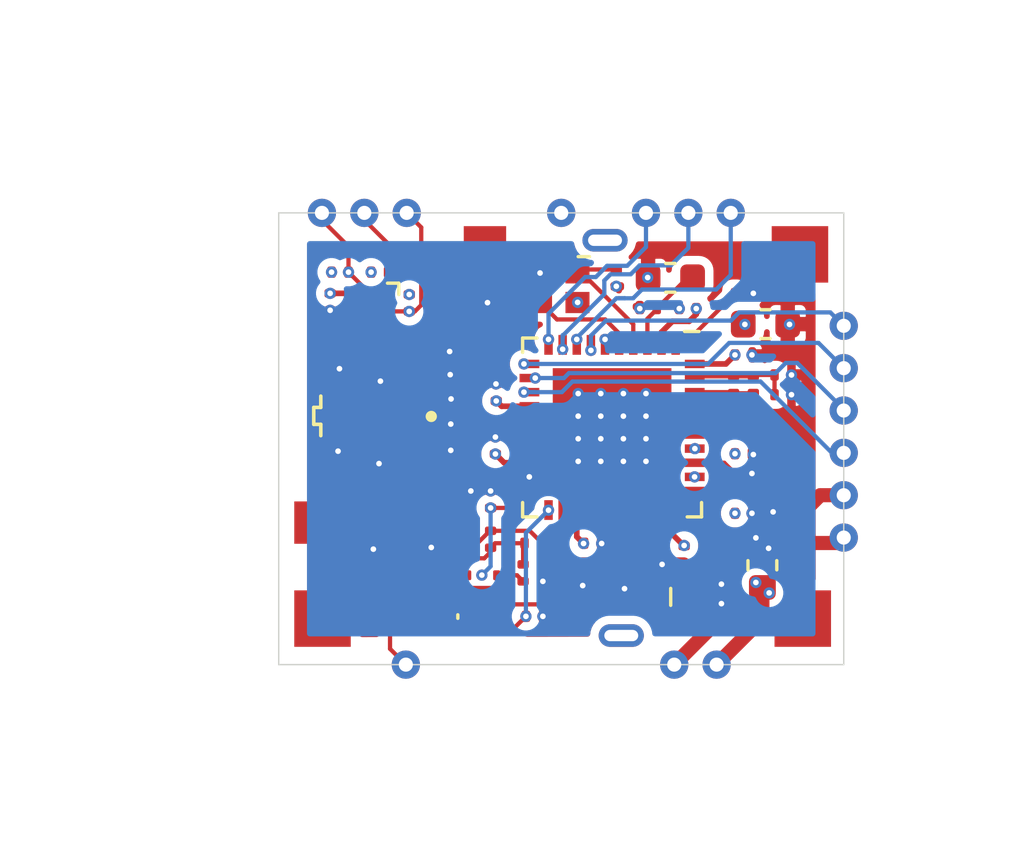
<source format=kicad_pcb>
(kicad_pcb (version 20171130) (host pcbnew "(5.1.6-0-10_14)")
  (layers (0 F.Cu signal) (1 In1.Cu signal) (2 In2.Cu signal) (31 B.Cu signal) (34 B.Paste user) (35 F.Paste user) (36 B.SilkS user) (37 F.SilkS user) (38 B.Mask user) (39 F.Mask user) (44 Edge.Cuts user))
  (net 0 "")
  (net 1 GND)
  (net 2 "Net-(C12-Pad1)")
  (net 3 /VDDCP)
  (net 4 +3V3)
  (net 5 "Net-(C23-Pad2)")
  (net 6 "Net-(C26-Pad1)")
  (net 7 "Net-(C33-Pad1)")
  (net 8 "Net-(C34-Pad2)")
  (net 9 "Net-(J1-Pad1)")
  (net 10 "Net-(U1-Pad35)")
  (net 11 "Net-(U1-Pad31)")
  (net 12 "Net-(U1-Pad26)")
  (net 13 "Net-(U1-Pad25)")
  (net 14 "Net-(U1-Pad24)")
  (net 15 "Net-(U1-Pad22)")
  (net 16 "Net-(U1-Pad17)")
  (net 17 "Net-(U1-Pad16)")
  (net 18 "Net-(U1-Pad15)")
  (net 19 /XT-)
  (net 20 /XT+)
  (net 21 "Net-(C17-Pad2)")
  (net 22 "Net-(C19-Pad2)")
  (net 23 "Net-(C20-Pad2)")
  (net 24 "Net-(C23-Pad1)")
  (net 25 "Net-(C28-Pad1)")
  (net 26 "Net-(C34-Pad1)")
  (net 27 "Net-(C35-Pad2)")
  (net 28 "Net-(C36-Pad2)")
  (net 29 "Net-(C37-Pad1)")
  (net 30 "Net-(C39-Pad1)")
  (net 31 "Net-(C40-Pad1)")
  (net 32 "Net-(C41-Pad1)")
  (net 33 "Net-(C42-Pad2)")
  (net 34 "Net-(C42-Pad1)")
  (net 35 "Net-(C43-Pad1)")
  (net 36 "Net-(C44-Pad2)")
  (net 37 "Net-(C45-Pad1)")
  (net 38 "Net-(C46-Pad2)")
  (net 39 "Net-(C47-Pad2)")
  (net 40 "Net-(C47-Pad1)")
  (net 41 "Net-(C48-Pad2)")
  (net 42 "Net-(C48-Pad1)")
  (net 43 /SDI)
  (net 44 /SCEN)
  (net 45 /SCLK)
  (net 46 /SINTN)
  (net 47 /SDO)
  (net 48 /REGPDIN)
  (net 49 /RESETN)
  (net 50 +3.3VA)
  (net 51 "Net-(L10-Pad1)")
  (net 52 /WP)
  (net 53 /SCL)
  (net 54 /SDA)
  (net 55 "Net-(U7-Pad1)")
  (net 56 "Net-(U7-Pad2)")
  (net 57 "Net-(U7-Pad3)")
  (net 58 "Net-(U7-Pad4)")
  (net 59 "Net-(U7-Pad5)")
  (module Resistor_SMD:R_0201_0603Metric2 (layer F.Cu) (at 166.45 101.94)
    (fp_text reference R9)
    (fp_text value 8.2k)
    (pad 2 smd roundrect (at 0.3 0) (size 0.3 0.4) (layers F.Cu F.Mask) (net 25 "Net-(C28-Pad1)"))
    (pad 1 smd roundrect (at -0.3 0) (size 0.3 0.4) (layers F.Cu F.Mask) (net 6 "Net-(C26-Pad1)"))
  )
  (module Resistor_SMD:R_0201_0603Metric2 (layer F.Cu) (at 167.85 98.44)
    (fp_text reference R8)
    (fp_text value 51)
    (pad 2 smd roundrect (at 0.3 0) (size 0.3 0.4) (layers F.Cu F.Mask) (net 1 GND))
    (pad 1 smd roundrect (at -0.3 0) (size 0.3 0.4) (layers F.Cu F.Mask) (net 22 "Net-(C19-Pad2)"))
  )
  (module Resistor_SMD:R_0201_0603Metric2 (layer F.Cu) (at 152.17 94.1 180)
    (fp_text reference R7)
    (fp_text value 10k)
    (pad 2 smd roundrect (at 0.3 0 180) (size 0.3 0.4) (layers F.Cu F.Mask) (net 4 +3V3))
    (pad 1 smd roundrect (at -0.3 0 180) (size 0.3 0.4) (layers F.Cu F.Mask) (net 52 /WP))
  )
  (module Resistor_SMD:R_0201_0603Metric2 (layer F.Cu) (at 153.57 94.1)
    (fp_text reference R6)
    (fp_text value 10k)
    (pad 2 smd roundrect (at 0.3 0) (size 0.3 0.4) (layers F.Cu F.Mask) (net 53 /SCL))
    (pad 1 smd roundrect (at -0.3 0) (size 0.3 0.4) (layers F.Cu F.Mask) (net 4 +3V3))
  )
  (module Resistor_SMD:R_0201_0603Metric2 (layer F.Cu) (at 154.62 95.19 270)
    (fp_text reference R5)
    (fp_text value 10k)
    (pad 2 smd roundrect (at 0.3 0 270) (size 0.3 0.4) (layers F.Cu F.Mask) (net 54 /SDA))
    (pad 1 smd roundrect (at -0.3 0 270) (size 0.3 0.4) (layers F.Cu F.Mask) (net 4 +3V3))
  )
  (module Inductor_SMD:L_0201_0603Metric2 (layer F.Cu) (at 153.65 103.91)
    (fp_text reference L11)
    (fp_text value 6.8n)
    (pad 2 smd roundrect (at 0.3 0) (size 0.3 0.4) (layers F.Cu F.Mask) (net 39 "Net-(C47-Pad2)"))
    (pad 1 smd roundrect (at -0.3 0) (size 0.3 0.4) (layers F.Cu F.Mask) (net 1 GND))
  )
  (module Inductor_SMD:L_0201_0603Metric2 (layer F.Cu) (at 153.64 104.61)
    (fp_text reference L10)
    (fp_text value 0.039u)
    (pad 2 smd roundrect (at 0.3 0) (size 0.3 0.4) (layers F.Cu F.Mask) (net 39 "Net-(C47-Pad2)"))
    (pad 1 smd roundrect (at -0.3 0) (size 0.3 0.4) (layers F.Cu F.Mask) (net 51 "Net-(L10-Pad1)"))
  )
  (module Inductor_SMD:L_0201_0603Metric2 (layer F.Cu) (at 153.64 105.31 180)
    (fp_text reference L9)
    (fp_text value 2.2n)
    (pad 2 smd roundrect (at 0.3 0 180) (size 0.3 0.4) (layers F.Cu F.Mask) (net 51 "Net-(L10-Pad1)"))
    (pad 1 smd roundrect (at -0.3 0 180) (size 0.3 0.4) (layers F.Cu F.Mask) (net 9 "Net-(J1-Pad1)"))
  )
  (module Inductor_SMD:L_0201_0603Metric2 (layer F.Cu) (at 156.1 103.55 90)
    (fp_text reference L8)
    (fp_text value NC)
    (pad 2 smd roundrect (at 0.3 0 90) (size 0.3 0.4) (layers F.Cu F.Mask) (net 35 "Net-(C43-Pad1)"))
    (pad 1 smd roundrect (at -0.3 0 90) (size 0.3 0.4) (layers F.Cu F.Mask) (net 32 "Net-(C41-Pad1)"))
  )
  (module Inductor_SMD:L_0201_0603Metric2 (layer F.Cu) (at 157.5 103.56 90)
    (fp_text reference L7)
    (fp_text value 6.2n)
    (pad 2 smd roundrect (at 0.3 0 90) (size 0.3 0.4) (layers F.Cu F.Mask) (net 30 "Net-(C39-Pad1)"))
    (pad 1 smd roundrect (at -0.3 0 90) (size 0.3 0.4) (layers F.Cu F.Mask) (net 32 "Net-(C41-Pad1)"))
  )
  (module Inductor_SMD:L_0201_0603Metric2 (layer F.Cu) (at 156.8 103.56 90)
    (fp_text reference L6)
    (fp_text value 6.2n)
    (pad 2 smd roundrect (at 0.3 0 90) (size 0.3 0.4) (layers F.Cu F.Mask) (net 31 "Net-(C40-Pad1)"))
    (pad 1 smd roundrect (at -0.3 0 90) (size 0.3 0.4) (layers F.Cu F.Mask) (net 30 "Net-(C39-Pad1)"))
  )
  (module Inductor_SMD:L_0201_0603Metric2 (layer F.Cu) (at 160.05 104.05 270)
    (fp_text reference L5)
    (fp_text value 15n)
    (pad 2 smd roundrect (at 0.3 0 270) (size 0.3 0.4) (layers F.Cu F.Mask) (net 27 "Net-(C35-Pad2)"))
    (pad 1 smd roundrect (at -0.3 0 270) (size 0.3 0.4) (layers F.Cu F.Mask) (net 30 "Net-(C39-Pad1)"))
  )
  (module Inductor_SMD:L_0201_0603Metric2 (layer F.Cu) (at 165.37 105.85)
    (fp_text reference L4)
    (fp_text value NC)
    (pad 2 smd roundrect (at 0.3 0) (size 0.3 0.4) (layers F.Cu F.Mask) (net 1 GND))
    (pad 1 smd roundrect (at -0.3 0) (size 0.3 0.4) (layers F.Cu F.Mask) (net 28 "Net-(C36-Pad2)"))
  )
  (module Inductor_SMD:L_0201_0603Metric2 (layer F.Cu) (at 165.37 105.15)
    (fp_text reference L3)
    (fp_text value 13n)
    (pad 2 smd roundrect (at 0.3 0) (size 0.3 0.4) (layers F.Cu F.Mask) (net 1 GND))
    (pad 1 smd roundrect (at -0.3 0) (size 0.3 0.4) (layers F.Cu F.Mask) (net 8 "Net-(C34-Pad2)"))
  )
  (module Inductor_SMD:L_0201_0603Metric2 (layer F.Cu) (at 162.16 104.05 270)
    (fp_text reference L2)
    (fp_text value 10n)
    (pad 2 smd roundrect (at 0.3 0 270) (size 0.3 0.4) (layers F.Cu F.Mask) (net 29 "Net-(C37-Pad1)"))
    (pad 1 smd roundrect (at -0.3 0 270) (size 0.3 0.4) (layers F.Cu F.Mask) (net 7 "Net-(C33-Pad1)"))
  )
  (module Inductor_SMD:L_0201_0603Metric2 (layer F.Cu) (at 166.1 99.48 90)
    (fp_text reference L1)
    (fp_text value 4.3n)
    (pad 2 smd roundrect (at 0.3 0 90) (size 0.3 0.4) (layers F.Cu F.Mask) (net 5 "Net-(C23-Pad2)"))
    (pad 1 smd roundrect (at -0.3 0 90) (size 0.3 0.4) (layers F.Cu F.Mask) (net 24 "Net-(C23-Pad1)"))
  )
  (module Capacitor_SMD:C_0603_1608Metric (layer F.Cu) (at 167.12 104.48 270)
    (fp_text reference C1)
    (fp_text value 10uF)
    (pad 2 smd roundrect (at 0.7875 0 270) (size 0.875 0.95) (layers F.Cu F.Paste F.Mask) (net 50 +3.3VA))
    (pad 1 smd roundrect (at -0.7875 0 270) (size 0.875 0.95) (layers F.Cu F.Paste F.Mask) (net 1 GND))
  )
  (module lazurite_footprint:RF920A_SHIELD (layer F.Cu) (at 160.05 99.97)
    (fp_text reference U7 hide)
    (fp_text value RF920_SHIELD)
    (pad "" np_thru_hole oval (at 2.075 7 270) (size 0.8 1.6) (drill oval 0.4 1.2) (layers *.Cu *.Mask))
    (pad 1 smd rect (at -9.2 3 90) (size 1.5 0.6) (layers F.Cu F.Paste F.Mask) (net 55 "Net-(U7-Pad1)"))
    (pad 2 smd rect (at -2.75 -7.2) (size 1.5 0.6) (layers F.Cu F.Paste F.Mask) (net 56 "Net-(U7-Pad2)"))
    (pad 3 smd custom (at 9 7 180) (size 1 0.4) (layers F.Cu F.Paste F.Mask) (net 57 "Net-(U7-Pad3)") (options (clearance outline) (anchor rect)) (primitives (gr_poly (pts (xy -0.5 -0.4) (xy 1.5 -0.4) (xy 1.5 0.2) (xy 0.1 0.2) (xy 0.1 1.6) (xy -0.5 1.6)) (width 0))))
    (pad 4 smd custom (at 9 -7 270) (size 1 0.4) (layers F.Cu F.Paste F.Mask) (net 58 "Net-(U7-Pad4)") (options (clearance outline) (anchor rect)) (primitives (gr_poly (pts (xy -0.5 -0.4) (xy 1.5 -0.4) (xy 1.5 0.2) (xy 0.1 0.2) (xy 0.1 1.6) (xy -0.5 1.6)) (width 0))))
    (pad "" np_thru_hole oval (at 1.5 -7 90) (size 0.8 1.6) (drill oval 0.4 1.2) (layers *.Cu *.Mask))
    (pad 5 smd custom (at -9.1 6.9 90) (size 1 0.4) (layers F.Cu F.Paste F.Mask) (net 59 "Net-(U7-Pad5)") (options (clearance outline) (anchor rect)) (primitives (gr_poly (pts (xy -0.5 -0.4) (xy 1.5 -0.4) (xy 1.5 0.2) (xy 0.1 0.2) (xy 0.1 1.6) (xy -0.5 1.6)) (width 0))))
  )
  (module Capacitor_SMD:C_0201_0603Metric_2 (layer F.Cu) (at 154.7 103.55 270)
    (fp_text reference C48)
    (fp_text value 47p)
    (pad 2 smd roundrect (at 0.3 0 270) (size 0.3 0.4) (layers F.Cu F.Paste F.Mask) (net 41 "Net-(C48-Pad2)"))
    (pad 1 smd roundrect (at -0.3 0 270) (size 0.3 0.4) (layers F.Cu F.Paste F.Mask) (net 42 "Net-(C48-Pad1)"))
  )
  (module Capacitor_SMD:C_0201_0603Metric_2 (layer F.Cu) (at 155.04 105.31 180)
    (fp_text reference C47)
    (fp_text value 47p)
    (pad 2 smd roundrect (at 0.3 0 180) (size 0.3 0.4) (layers F.Cu F.Paste F.Mask) (net 39 "Net-(C47-Pad2)"))
    (pad 1 smd roundrect (at -0.3 0 180) (size 0.3 0.4) (layers F.Cu F.Paste F.Mask) (net 40 "Net-(C47-Pad1)"))
  )
  (module Capacitor_SMD:C_0201_0603Metric_2 (layer F.Cu) (at 157.5 102.15 270)
    (fp_text reference C46)
    (fp_text value 1000p)
    (pad 2 smd roundrect (at 0.3 0 270) (size 0.3 0.4) (layers F.Cu F.Paste F.Mask) (net 38 "Net-(C46-Pad2)"))
    (pad 1 smd roundrect (at -0.3 0 270) (size 0.3 0.4) (layers F.Cu F.Paste F.Mask) (net 1 GND))
  )
  (module Capacitor_SMD:C_0201_0603Metric_2 (layer F.Cu) (at 159.05 106.29)
    (fp_text reference C45)
    (fp_text value 1000p)
    (pad 2 smd roundrect (at 0.3 0) (size 0.3 0.4) (layers F.Cu F.Paste F.Mask) (net 1 GND))
    (pad 1 smd roundrect (at -0.3 0) (size 0.3 0.4) (layers F.Cu F.Paste F.Mask) (net 37 "Net-(C45-Pad1)"))
  )
  (module Capacitor_SMD:C_0201_0603Metric_2 (layer F.Cu) (at 158.65 104.75 270)
    (fp_text reference C44)
    (fp_text value 0.01u)
    (pad 2 smd roundrect (at 0.3 0 270) (size 0.3 0.4) (layers F.Cu F.Paste F.Mask) (net 36 "Net-(C44-Pad2)"))
    (pad 1 smd roundrect (at -0.3 0 270) (size 0.3 0.4) (layers F.Cu F.Paste F.Mask) (net 32 "Net-(C41-Pad1)"))
  )
  (module Capacitor_SMD:C_0201_0603Metric_2 (layer F.Cu) (at 155.4 103.55 270)
    (fp_text reference C43)
    (fp_text value NC)
    (pad 2 smd roundrect (at 0.3 0 270) (size 0.3 0.4) (layers F.Cu F.Paste F.Mask) (net 1 GND))
    (pad 1 smd roundrect (at -0.3 0 270) (size 0.3 0.4) (layers F.Cu F.Paste F.Mask) (net 35 "Net-(C43-Pad1)"))
  )
  (module Capacitor_SMD:C_0201_0603Metric_2 (layer F.Cu) (at 161.07 105.9 180)
    (fp_text reference C42)
    (fp_text value 0.01u)
    (pad 2 smd roundrect (at 0.3 0 180) (size 0.3 0.4) (layers F.Cu F.Paste F.Mask) (net 33 "Net-(C42-Pad2)"))
    (pad 1 smd roundrect (at -0.3 0 180) (size 0.3 0.4) (layers F.Cu F.Paste F.Mask) (net 34 "Net-(C42-Pad1)"))
  )
  (module Capacitor_SMD:C_0201_0603Metric_2 (layer F.Cu) (at 159 103.7)
    (fp_text reference C41)
    (fp_text value 0.5p)
    (pad 2 smd roundrect (at 0.3 0) (size 0.3 0.4) (layers F.Cu F.Paste F.Mask) (net 30 "Net-(C39-Pad1)"))
    (pad 1 smd roundrect (at -0.3 0) (size 0.3 0.4) (layers F.Cu F.Paste F.Mask) (net 32 "Net-(C41-Pad1)"))
  )
  (module Capacitor_SMD:C_0201_0603Metric_2 (layer F.Cu) (at 156.8 102.15 90)
    (fp_text reference C40)
    (fp_text value 0.9p)
    (pad 2 smd roundrect (at 0.3 0 90) (size 0.3 0.4) (layers F.Cu F.Paste F.Mask) (net 1 GND))
    (pad 1 smd roundrect (at -0.3 0 90) (size 0.3 0.4) (layers F.Cu F.Paste F.Mask) (net 31 "Net-(C40-Pad1)"))
  )
  (module Capacitor_SMD:C_0201_0603Metric_2 (layer F.Cu) (at 159.35 104.75 270)
    (fp_text reference C39)
    (fp_text value 2.4p)
    (pad 2 smd roundrect (at 0.3 0 270) (size 0.3 0.4) (layers F.Cu F.Paste F.Mask) (net 1 GND))
    (pad 1 smd roundrect (at -0.3 0 270) (size 0.3 0.4) (layers F.Cu F.Paste F.Mask) (net 30 "Net-(C39-Pad1)"))
  )
  (module Capacitor_SMD:C_0201_0603Metric_2 (layer F.Cu) (at 163.27 103.7 180)
    (fp_text reference C38)
    (fp_text value 100p)
    (pad 2 smd roundrect (at 0.3 0 180) (size 0.3 0.4) (layers F.Cu F.Paste F.Mask) (net 29 "Net-(C37-Pad1)"))
    (pad 1 smd roundrect (at -0.3 0 180) (size 0.3 0.4) (layers F.Cu F.Paste F.Mask) (net 1 GND))
  )
  (module Capacitor_SMD:C_0201_0603Metric_2 (layer F.Cu) (at 163.27 104.45)
    (fp_text reference C37)
    (fp_text value 1u)
    (pad 2 smd roundrect (at 0.3 0) (size 0.3 0.4) (layers F.Cu F.Paste F.Mask) (net 1 GND))
    (pad 1 smd roundrect (at -0.3 0) (size 0.3 0.4) (layers F.Cu F.Paste F.Mask) (net 29 "Net-(C37-Pad1)"))
  )
  (module Capacitor_SMD:C_0201_0603Metric_2 (layer F.Cu) (at 164.316 105.52 270)
    (fp_text reference C36)
    (fp_text value 0.6p)
    (pad 2 smd roundrect (at 0.3 0 270) (size 0.3 0.4) (layers F.Cu F.Paste F.Mask) (net 28 "Net-(C36-Pad2)"))
    (pad 1 smd roundrect (at -0.3 0 270) (size 0.3 0.4) (layers F.Cu F.Paste F.Mask) (net 8 "Net-(C34-Pad2)"))
  )
  (module Capacitor_SMD:C_0201_0603Metric_2 (layer F.Cu) (at 161.105 104.4 180)
    (fp_text reference C35)
    (fp_text value 3.0p)
    (pad 2 smd roundrect (at 0.3 0 180) (size 0.3 0.4) (layers F.Cu F.Paste F.Mask) (net 27 "Net-(C35-Pad2)"))
    (pad 1 smd roundrect (at -0.3 0 180) (size 0.3 0.4) (layers F.Cu F.Paste F.Mask) (net 7 "Net-(C33-Pad1)"))
  )
  (module Capacitor_SMD:C_0201_0603Metric_2 (layer F.Cu) (at 165.05 104.1 270)
    (fp_text reference C34)
    (fp_text value 100p)
    (pad 2 smd roundrect (at 0.3 0 270) (size 0.3 0.4) (layers F.Cu F.Paste F.Mask) (net 8 "Net-(C34-Pad2)"))
    (pad 1 smd roundrect (at -0.3 0 270) (size 0.3 0.4) (layers F.Cu F.Paste F.Mask) (net 26 "Net-(C34-Pad1)"))
  )
  (module Capacitor_SMD:C_0201_0603Metric_2 (layer F.Cu) (at 161.07 105.2 180)
    (fp_text reference C33)
    (fp_text value NC)
    (pad 2 smd roundrect (at 0.3 0 180) (size 0.3 0.4) (layers F.Cu F.Paste F.Mask) (net 1 GND))
    (pad 1 smd roundrect (at -0.3 0 180) (size 0.3 0.4) (layers F.Cu F.Paste F.Mask) (net 7 "Net-(C33-Pad1)"))
  )
  (module Capacitor_SMD:C_0201_0603Metric_2 (layer F.Cu) (at 161.11 103.7 180)
    (fp_text reference C32)
    (fp_text value 0.1u)
    (pad 2 smd roundrect (at 0.3 0 180) (size 0.3 0.4) (layers F.Cu F.Paste F.Mask) (net 3 /VDDCP))
    (pad 1 smd roundrect (at -0.3 0 180) (size 0.3 0.4) (layers F.Cu F.Paste F.Mask) (net 1 GND))
  )
  (module Capacitor_SMD:C_0201_0603Metric_2 (layer F.Cu) (at 164.35 104.1 270)
    (fp_text reference C31)
    (fp_text value 0.1u)
    (pad 2 smd roundrect (at 0.3 0 270) (size 0.3 0.4) (layers F.Cu F.Paste F.Mask) (net 1 GND))
    (pad 1 smd roundrect (at -0.3 0 270) (size 0.3 0.4) (layers F.Cu F.Paste F.Mask) (net 50 +3.3VA))
  )
  (module Capacitor_SMD:C_0201_0603Metric_2 (layer F.Cu) (at 166.45 102.64 180)
    (fp_text reference C29)
    (fp_text value 0.1u)
    (pad 2 smd roundrect (at 0.3 0 180) (size 0.3 0.4) (layers F.Cu F.Paste F.Mask) (net 3 /VDDCP))
    (pad 1 smd roundrect (at -0.3 0 180) (size 0.3 0.4) (layers F.Cu F.Paste F.Mask) (net 1 GND))
  )
  (module Capacitor_SMD:C_0201_0603Metric_2 (layer F.Cu) (at 167.5 102.29 270)
    (fp_text reference C28)
    (fp_text value 3.3n)
    (pad 2 smd roundrect (at 0.3 0 270) (size 0.3 0.4) (layers F.Cu F.Paste F.Mask) (net 1 GND))
    (pad 1 smd roundrect (at -0.3 0 270) (size 0.3 0.4) (layers F.Cu F.Paste F.Mask) (net 25 "Net-(C28-Pad1)"))
  )
  (module Capacitor_SMD:C_0201_0603Metric_2 (layer F.Cu) (at 166.45 101.23)
    (fp_text reference C26)
    (fp_text value 47p)
    (pad 2 smd roundrect (at 0.3 0) (size 0.3 0.4) (layers F.Cu F.Paste F.Mask) (net 1 GND))
    (pad 1 smd roundrect (at -0.3 0) (size 0.3 0.4) (layers F.Cu F.Paste F.Mask) (net 6 "Net-(C26-Pad1)"))
  )
  (module Capacitor_SMD:C_0201_0603Metric_2 (layer F.Cu) (at 157.67 100.24 270)
    (fp_text reference C25)
    (fp_text value 0.1u)
    (pad 2 smd roundrect (at 0.3 0 270) (size 0.3 0.4) (layers F.Cu F.Paste F.Mask) (net 4 +3V3))
    (pad 1 smd roundrect (at -0.3 0 270) (size 0.3 0.4) (layers F.Cu F.Paste F.Mask) (net 1 GND))
  )
  (module Capacitor_SMD:C_0201_0603Metric_2 (layer F.Cu) (at 166.45 100.53)
    (fp_text reference C24)
    (fp_text value 0.1u)
    (pad 2 smd roundrect (at 0.3 0) (size 0.3 0.4) (layers F.Cu F.Paste F.Mask) (net 1 GND))
    (pad 1 smd roundrect (at -0.3 0) (size 0.3 0.4) (layers F.Cu F.Paste F.Mask) (net 3 /VDDCP))
  )
  (module Capacitor_SMD:C_0201_0603Metric_2 (layer F.Cu) (at 166.8 99.48 90)
    (fp_text reference C23)
    (fp_text value 4.7p)
    (pad 2 smd roundrect (at 0.3 0 90) (size 0.3 0.4) (layers F.Cu F.Paste F.Mask) (net 5 "Net-(C23-Pad2)"))
    (pad 1 smd roundrect (at -0.3 0 90) (size 0.3 0.4) (layers F.Cu F.Paste F.Mask) (net 24 "Net-(C23-Pad1)"))
  )
  (module Capacitor_SMD:C_0201_0603Metric_2 (layer F.Cu) (at 157.7 98.36 270)
    (fp_text reference C22)
    (fp_text value 0.1u)
    (pad 2 smd roundrect (at 0.3 0 270) (size 0.3 0.4) (layers F.Cu F.Paste F.Mask) (net 4 +3V3))
    (pad 1 smd roundrect (at -0.3 0 270) (size 0.3 0.4) (layers F.Cu F.Paste F.Mask) (net 1 GND))
  )
  (module Capacitor_SMD:C_0201_0603Metric_2 (layer F.Cu) (at 166.8 98.08 90)
    (fp_text reference C21)
    (fp_text value 0.01u)
    (pad 2 smd roundrect (at 0.3 0 90) (size 0.3 0.4) (layers F.Cu F.Paste F.Mask) (net 22 "Net-(C19-Pad2)"))
    (pad 1 smd roundrect (at -0.3 0 90) (size 0.3 0.4) (layers F.Cu F.Paste F.Mask) (net 23 "Net-(C20-Pad2)"))
  )
  (module Capacitor_SMD:C_0201_0603Metric_2 (layer F.Cu) (at 166.1 98.08 270)
    (fp_text reference C20)
    (fp_text value 100p)
    (pad 2 smd roundrect (at 0.3 0 270) (size 0.3 0.4) (layers F.Cu F.Paste F.Mask) (net 23 "Net-(C20-Pad2)"))
    (pad 1 smd roundrect (at -0.3 0 270) (size 0.3 0.4) (layers F.Cu F.Paste F.Mask) (net 22 "Net-(C19-Pad2)"))
  )
  (module Capacitor_SMD:C_0201_0603Metric_2 (layer F.Cu) (at 167.85 97.74 180)
    (fp_text reference C19)
    (fp_text value 1u)
    (pad 2 smd roundrect (at 0.3 0 180) (size 0.3 0.4) (layers F.Cu F.Paste F.Mask) (net 22 "Net-(C19-Pad2)"))
    (pad 1 smd roundrect (at -0.3 0 180) (size 0.3 0.4) (layers F.Cu F.Paste F.Mask) (net 1 GND))
  )
  (module Capacitor_SMD:C_0201_0603Metric_2 (layer F.Cu) (at 166.45 97.03)
    (fp_text reference C18)
    (fp_text value 0.1u)
    (pad 2 smd roundrect (at 0.3 0) (size 0.3 0.4) (layers F.Cu F.Paste F.Mask) (net 1 GND))
    (pad 1 smd roundrect (at -0.3 0) (size 0.3 0.4) (layers F.Cu F.Paste F.Mask) (net 50 +3.3VA))
  )
  (module Capacitor_SMD:C_0201_0603Metric_2 (layer F.Cu) (at 166.45 94.86 180)
    (fp_text reference C17)
    (fp_text value 0.1u)
    (pad 2 smd roundrect (at 0.3 0 180) (size 0.3 0.4) (layers F.Cu F.Paste F.Mask) (net 21 "Net-(C17-Pad2)"))
    (pad 1 smd roundrect (at -0.3 0 180) (size 0.3 0.4) (layers F.Cu F.Paste F.Mask) (net 1 GND))
  )
  (module Capacitor_SMD:C_0201_0603Metric_2 (layer F.Cu) (at 157.69 95.18 180)
    (fp_text reference C16)
    (fp_text value NC)
    (pad 2 smd roundrect (at 0.3 0 180) (size 0.3 0.4) (layers F.Cu F.Paste F.Mask) (net 1 GND))
    (pad 1 smd roundrect (at -0.3 0 180) (size 0.3 0.4) (layers F.Cu F.Paste F.Mask) (net 19 /XT-))
  )
  (module Capacitor_SMD:C_0201_0603Metric_2 (layer F.Cu) (at 161.95 94.305 90)
    (fp_text reference C15)
    (fp_text value NC)
    (pad 2 smd roundrect (at 0.3 0 90) (size 0.3 0.4) (layers F.Cu F.Paste F.Mask) (net 20 /XT+))
    (pad 1 smd roundrect (at -0.3 0 90) (size 0.3 0.4) (layers F.Cu F.Paste F.Mask) (net 1 GND))
  )
  (module Capacitor_SMD:C_0201_0603Metric_2 (layer F.Cu) (at 163.08 95.39 180)
    (fp_text reference C12)
    (fp_text value 1000p)
    (pad 2 smd roundrect (at 0.3 0 180) (size 0.3 0.4) (layers F.Cu F.Paste F.Mask) (net 1 GND))
    (pad 1 smd roundrect (at -0.3 0 180) (size 0.3 0.4) (layers F.Cu F.Paste F.Mask) (net 2 "Net-(C12-Pad1)"))
  )
  (module Capacitor_SMD:C_0201_0603Metric_2 (layer F.Cu) (at 164.48 95.39 180)
    (fp_text reference C10)
    (fp_text value 1000p)
    (pad 2 smd roundrect (at 0.3 0 180) (size 0.3 0.4) (layers F.Cu F.Paste F.Mask) (net 1 GND))
    (pad 1 smd roundrect (at -0.3 0 180) (size 0.3 0.4) (layers F.Cu F.Paste F.Mask) (net 3 /VDDCP))
  )
  (module Capacitor_SMD:C_0201_0603Metric_2 (layer F.Cu) (at 151.82 95.15 270)
    (fp_text reference C5)
    (fp_text value 0.1u)
    (pad 2 smd roundrect (at 0.3 0 270) (size 0.3 0.4) (layers F.Cu F.Paste F.Mask) (net 1 GND))
    (pad 1 smd roundrect (at -0.3 0 270) (size 0.3 0.4) (layers F.Cu F.Paste F.Mask) (net 4 +3V3))
  )
  (module Package_DFN_QFN:WQFN-40-1EP_6x6mm_P0.5mm_EP4.2x4.2mm (layer F.Cu) (at 161.8 99.6 270)
    (fp_text reference U1)
    (fp_text value ML7396D)
    (pad 40 smd rect (at -2.25 -2.925 270) (size 0.3 0.7) (layers F.Cu F.Paste F.Mask) (net 50 +3.3VA))
    (pad 39 smd rect (at -1.725 -2.925 270) (size 0.3 0.7) (layers F.Cu F.Paste F.Mask) (net 22 "Net-(C19-Pad2)"))
    (pad 30 smd rect (at 2.925 -2.25) (size 0.3 0.7) (layers F.Cu F.Paste F.Mask) (net 26 "Net-(C34-Pad1)"))
    (pad 29 smd rect (at 2.925 -1.75) (size 0.3 0.7) (layers F.Cu F.Paste F.Mask) (net 50 +3.3VA))
    (pad 20 smd rect (at 2.25 2.925 270) (size 0.3 0.7) (layers F.Cu F.Paste F.Mask) (net 38 "Net-(C46-Pad2)"))
    (pad 19 smd rect (at 1.75 2.925 270) (size 0.3 0.7) (layers F.Cu F.Paste F.Mask) (net 1 GND))
    (pad 10 smd rect (at -2.925 2.25) (size 0.3 0.7) (layers F.Cu F.Paste F.Mask) (net 46 /SINTN))
    (pad 9 smd rect (at -2.925 1.75) (size 0.3 0.7) (layers F.Cu F.Paste F.Mask) (net 47 /SDO))
    (pad 38 smd rect (at -1.25 -2.925 270) (size 0.3 0.7) (layers F.Cu F.Paste F.Mask) (net 23 "Net-(C20-Pad2)"))
    (pad 37 smd rect (at -0.75 -2.925 270) (size 0.3 0.7) (layers F.Cu F.Paste F.Mask) (net 5 "Net-(C23-Pad2)"))
    (pad 36 smd rect (at -0.25 -2.925 270) (size 0.3 0.7) (layers F.Cu F.Paste F.Mask) (net 24 "Net-(C23-Pad1)"))
    (pad 35 smd rect (at 0.25 -2.925 270) (size 0.3 0.7) (layers F.Cu F.Paste F.Mask) (net 10 "Net-(U1-Pad35)"))
    (pad 34 smd rect (at 0.75 -2.925 270) (size 0.3 0.7) (layers F.Cu F.Paste F.Mask) (net 3 /VDDCP))
    (pad 33 smd rect (at 1.25 -2.925 270) (size 0.3 0.7) (layers F.Cu F.Paste F.Mask) (net 6 "Net-(C26-Pad1)"))
    (pad 32 smd rect (at 1.75 -2.925 270) (size 0.3 0.7) (layers F.Cu F.Paste F.Mask) (net 3 /VDDCP))
    (pad 31 smd rect (at 2.25 -2.925 270) (size 0.3 0.7) (layers F.Cu F.Paste F.Mask) (net 11 "Net-(U1-Pad31)"))
    (pad 28 smd rect (at 2.925 -1.25) (size 0.3 0.7) (layers F.Cu F.Paste F.Mask) (net 29 "Net-(C37-Pad1)"))
    (pad 27 smd rect (at 2.925 -0.75) (size 0.3 0.7) (layers F.Cu F.Paste F.Mask) (net 7 "Net-(C33-Pad1)"))
    (pad 26 smd rect (at 2.925 -0.25) (size 0.3 0.7) (layers F.Cu F.Paste F.Mask) (net 12 "Net-(U1-Pad26)"))
    (pad 25 smd rect (at 2.925 0.25) (size 0.3 0.7) (layers F.Cu F.Paste F.Mask) (net 13 "Net-(U1-Pad25)"))
    (pad 24 smd rect (at 2.925 0.75) (size 0.3 0.7) (layers F.Cu F.Paste F.Mask) (net 14 "Net-(U1-Pad24)"))
    (pad 23 smd rect (at 2.925 1.25) (size 0.3 0.7) (layers F.Cu F.Paste F.Mask) (net 3 /VDDCP))
    (pad 22 smd rect (at 2.925 1.75) (size 0.3 0.7) (layers F.Cu F.Paste F.Mask) (net 15 "Net-(U1-Pad22)"))
    (pad 21 smd rect (at 2.925 2.25) (size 0.3 0.7) (layers F.Cu F.Paste F.Mask) (net 37 "Net-(C45-Pad1)"))
    (pad 18 smd rect (at 1.25 2.925 270) (size 0.3 0.7) (layers F.Cu F.Paste F.Mask) (net 4 +3V3))
    (pad 17 smd rect (at 0.75 2.925 270) (size 0.3 0.7) (layers F.Cu F.Paste F.Mask) (net 16 "Net-(U1-Pad17)"))
    (pad 16 smd rect (at 0.25 2.925 270) (size 0.3 0.7) (layers F.Cu F.Paste F.Mask) (net 17 "Net-(U1-Pad16)"))
    (pad 15 smd rect (at -0.25 2.925 270) (size 0.3 0.7) (layers F.Cu F.Paste F.Mask) (net 18 "Net-(U1-Pad15)"))
    (pad 14 smd rect (at -0.75 2.925 270) (size 0.3 0.7) (layers F.Cu F.Paste F.Mask) (net 4 +3V3))
    (pad 13 smd rect (at -1.25 2.925 270) (size 0.3 0.7) (layers F.Cu F.Paste F.Mask) (net 43 /SDI))
    (pad 12 smd rect (at -1.75 2.925 270) (size 0.3 0.7) (layers F.Cu F.Paste F.Mask) (net 44 /SCEN))
    (pad 11 smd rect (at -2.25 2.925 270) (size 0.3 0.7) (layers F.Cu F.Paste F.Mask) (net 45 /SCLK))
    (pad 8 smd rect (at -2.925 1.25) (size 0.3 0.7) (layers F.Cu F.Paste F.Mask) (net 48 /REGPDIN))
    (pad 7 smd rect (at -2.925 0.75) (size 0.3 0.7) (layers F.Cu F.Paste F.Mask) (net 49 /RESETN))
    (pad 6 smd rect (at -2.925 0.25) (size 0.3 0.7) (layers F.Cu F.Paste F.Mask) (net 1 GND))
    (pad 5 smd rect (at -2.925 -0.25) (size 0.3 0.7) (layers F.Cu F.Paste F.Mask) (net 19 /XT-))
    (pad 4 smd rect (at -2.925 -0.75) (size 0.3 0.7) (layers F.Cu F.Paste F.Mask) (net 20 /XT+))
    (pad 3 smd rect (at -2.925 -1.25) (size 0.3 0.7) (layers F.Cu F.Paste F.Mask) (net 2 "Net-(C12-Pad1)"))
    (pad 2 smd rect (at -2.925 -1.75) (size 0.3 0.7) (layers F.Cu F.Paste F.Mask) (net 3 /VDDCP))
    (pad 1 smd rect (at -2.925 -2.25) (size 0.3 0.7) (layers F.Cu F.Paste F.Mask) (net 21 "Net-(C17-Pad2)"))
    (pad 41 smd rect (at 0 0 270) (size 4.2 4.2) (layers F.Cu F.Mask) (net 1 GND))
  )
  (module lazurite_footprint:IPEX_20279-001E-03 (layer F.Cu) (at 152.79 99.19)
    (fp_text reference U2)
    (fp_text value MHF1)
    (pad 3 smd rect (at 0 1.475) (size 2.2 1.05) (layers F.Cu F.Paste F.Mask) (net 1 GND))
    (pad 1 smd rect (at 1.525 0) (size 1.05 1) (layers F.Cu F.Paste F.Mask) (net 42 "Net-(C48-Pad1)"))
    (pad 2 smd rect (at 0 -1.475) (size 2.2 1.05) (layers F.Cu F.Paste F.Mask) (net 1 GND))
  )
  (module RF:NX2016SA (layer F.Cu) (at 159.9 94.65 180)
    (fp_text reference U5)
    (fp_text value NX2016S)
    (pad 4 smd rect (at -0.675 -0.525 180) (size 0.85 0.75) (layers F.Cu F.Paste F.Mask) (net 1 GND))
    (pad 3 smd rect (at 0.65 -0.525 180) (size 0.85 0.75) (layers F.Cu F.Paste F.Mask) (net 19 /XT-))
    (pad 2 smd rect (at 0.65 0.525 180) (size 0.85 0.75) (layers F.Cu F.Paste F.Mask) (net 1 GND))
    (pad 1 smd rect (at -0.675 0.525 180) (size 0.85 0.75) (layers F.Cu F.Paste F.Mask) (net 20 /XT+))
  )
  (module Capacitor_SMD:C_0603_1608Metric (layer F.Cu) (at 163.8625 94.3)
    (fp_text reference C13)
    (fp_text value 10u)
    (pad 2 smd roundrect (at 0.7875 0) (size 0.875 0.95) (layers F.Cu F.Paste F.Mask) (net 2 "Net-(C12-Pad1)"))
    (pad 1 smd roundrect (at -0.7875 0) (size 0.875 0.95) (layers F.Cu F.Paste F.Mask) (net 1 GND))
  )
  (module Capacitor_SMD:C_0603_1608Metric (layer F.Cu) (at 167.23 95.94 180)
    (fp_text reference C11)
    (fp_text value 10u)
    (pad 2 smd roundrect (at 0.7875 0 180) (size 0.875 0.95) (layers F.Cu F.Paste F.Mask) (net 3 /VDDCP))
    (pad 1 smd roundrect (at -0.7875 0 180) (size 0.875 0.95) (layers F.Cu F.Paste F.Mask) (net 1 GND))
  )
  (module Package_CSP:UCSP30L1 (layer F.Cu) (at 153.25 95.29 180)
    (fp_text reference U6)
    (fp_text value BRCB032GWZ-3)
    (pad A3 smd circle (at 0.4 0.2 180) (size 0.25 0.25) (layers F.Cu F.Paste F.Mask) (net 4 +3V3))
    (pad B3 smd circle (at 0.4 -0.2 180) (size 0.25 0.25) (layers F.Cu F.Paste F.Mask) (net 1 GND))
    (pad A2 smd circle (at 0 0.2 180) (size 0.25 0.25) (layers F.Cu F.Paste F.Mask) (net 52 /WP))
    (pad B2 smd circle (at 0 -0.2 180) (size 0.25 0.25) (layers F.Cu F.Paste F.Mask) (net 1 GND))
    (pad B1 smd circle (at -0.4 -0.2 180) (size 0.25 0.25) (layers F.Cu F.Paste F.Mask) (net 54 /SDA))
    (pad A1 smd circle (at -0.4 0.2 180) (size 0.25 0.25) (layers F.Cu F.Paste F.Mask) (net 53 /SCL))
  )
  (module RF:WFD79C0925FG (layer F.Cu) (at 162.875 105.6 180)
    (fp_text reference U4)
    (fp_text value WFD79C0925FG)
    (pad 5 smd rect (at 0 -0.3375 270) (size 0.425 0.25) (layers F.Cu F.Paste F.Mask) (net 1 GND))
    (pad 2 smd rect (at 0 0.3375 270) (size 0.425 0.25) (layers F.Cu F.Paste F.Mask) (net 1 GND))
    (pad 4 smd rect (at 0.6375 -0.2875 180) (size 0.425 0.325) (layers F.Cu F.Paste F.Mask) (net 34 "Net-(C42-Pad1)"))
    (pad 3 smd rect (at 0.6375 0.2875 180) (size 0.425 0.325) (layers F.Cu F.Paste F.Mask) (net 1 GND))
    (pad 1 smd rect (at -0.5875 0 180) (size 0.425 0.325) (layers F.Cu F.Paste F.Mask) (net 28 "Net-(C36-Pad2)"))
  )
  (module RF:SKY13438_374LF (layer F.Cu) (at 157.19 105.56 90)
    (fp_text reference U3)
    (fp_text value SKY13438-374LF)
    (pad 7 smd roundrect (at 0 0 90) (size 0.7 1.3) (layers F.Cu F.Paste F.Mask) (roundrect_rratio 0.07099999999999999))
    (pad 6 smd roundrect (at 0.725 -0.5 90) (size 0.35 0.25) (layers F.Cu F.Paste F.Mask) (roundrect_rratio 0.2) (net 41 "Net-(C48-Pad2)"))
    (pad 5 smd roundrect (at 0.725 0 90) (size 0.35 0.25) (layers F.Cu F.Paste F.Mask) (roundrect_rratio 0.2) (net 38 "Net-(C46-Pad2)"))
    (pad 4 smd roundrect (at 0.725 0.525 90) (size 0.35 0.25) (layers F.Cu F.Paste F.Mask) (roundrect_rratio 0.2) (net 36 "Net-(C44-Pad2)"))
    (pad 3 smd roundrect (at -0.725 0.5 90) (size 0.35 0.25) (layers F.Cu F.Paste F.Mask) (roundrect_rratio 0.2) (net 33 "Net-(C42-Pad2)"))
    (pad 2 smd roundrect (at -0.725 0 90) (size 0.35 0.25) (layers F.Cu F.Paste F.Mask) (roundrect_rratio 0.2) (net 37 "Net-(C45-Pad1)"))
    (pad 1 smd roundrect (at -0.725 -0.5 90) (size 0.35 0.25) (layers F.Cu F.Paste F.Mask) (roundrect_rratio 0.2) (net 40 "Net-(C47-Pad1)"))
  )
  (module lazurite_footprint:LGAPAD (layer F.Cu) (at 154.53 92 180)
    (fp_text reference J19 hide)
    (fp_text value Conn_01x01)
    (pad 1 thru_hole circle (at 0 0 180) (size 1 1) (drill 0.5) (layers *.Cu *.Mask) (net 54 /SDA))
  )
  (module lazurite_footprint:LGAPAD (layer F.Cu) (at 170 103.5 90)
    (fp_text reference J17 hide)
    (fp_text value Conn_01x01)
    (pad 1 thru_hole circle (at 0 0 90) (size 1 1) (drill 0.5) (layers *.Cu *.Mask) (net 1 GND))
  )
  (module lazurite_footprint:LGAPAD (layer F.Cu) (at 170 102 180)
    (fp_text reference J16 hide)
    (fp_text value Conn_01x01)
    (pad 1 thru_hole circle (at 0 0 180) (size 1 1) (drill 0.5) (layers *.Cu *.Mask) (net 1 GND))
  )
  (module lazurite_footprint:LGAPAD (layer F.Cu) (at 165.5 108 90)
    (fp_text reference J14 hide)
    (fp_text value Conn_01x01)
    (pad 1 thru_hole circle (at 0 0 90) (size 1 1) (drill 0.5) (layers *.Cu *.Mask) (net 50 +3.3VA))
  )
  (module lazurite_footprint:LGAPAD (layer F.Cu) (at 164 108 90)
    (fp_text reference J13 hide)
    (fp_text value Conn_01x01)
    (pad 1 thru_hole circle (at 0 0 90) (size 1 1) (drill 0.5) (layers *.Cu *.Mask) (net 50 +3.3VA))
  )
  (module lazurite_footprint:LGAPAD (layer F.Cu) (at 153.03 92 180)
    (fp_text reference J12 hide)
    (fp_text value Conn_01x01)
    (pad 1 thru_hole circle (at 0 0 180) (size 1 1) (drill 0.5) (layers *.Cu *.Mask) (net 53 /SCL))
  )
  (module lazurite_footprint:LGAPAD (layer F.Cu) (at 151.53 92 90)
    (fp_text reference J11 hide)
    (fp_text value Conn_01x01)
    (pad 1 thru_hole circle (at 0 0 90) (size 1 1) (drill 0.5) (layers *.Cu *.Mask) (net 52 /WP))
  )
  (module lazurite_footprint:LGAPAD (layer F.Cu) (at 170 96 90)
    (fp_text reference J10 hide)
    (fp_text value Conn_01x01)
    (pad 1 thru_hole circle (at 0 0 90) (size 1 1) (drill 0.5) (layers *.Cu *.Mask) (net 49 /RESETN))
  )
  (module lazurite_footprint:LGAPAD (layer F.Cu) (at 166 92 90)
    (fp_text reference J9 hide)
    (fp_text value Conn_01x01)
    (pad 1 thru_hole circle (at 0 0 90) (size 1 1) (drill 0.5) (layers *.Cu *.Mask) (net 48 /REGPDIN))
  )
  (module lazurite_footprint:LGAPAD (layer F.Cu) (at 164.5 92 90)
    (fp_text reference J8 hide)
    (fp_text value Conn_01x01)
    (pad 1 thru_hole circle (at 0 0 90) (size 1 1) (drill 0.5) (layers *.Cu *.Mask) (net 47 /SDO))
  )
  (module lazurite_footprint:LGAPAD (layer F.Cu) (at 163 92 90)
    (fp_text reference J7 hide)
    (fp_text value Conn_01x01)
    (pad 1 thru_hole circle (at 0 0 90) (size 1 1) (drill 0.5) (layers *.Cu *.Mask) (net 46 /SINTN))
  )
  (module lazurite_footprint:LGAPAD (layer F.Cu) (at 170 97.5 180)
    (fp_text reference J6 hide)
    (fp_text value Conn_01x01)
    (pad 1 thru_hole circle (at 0 0 180) (size 1 1) (drill 0.5) (layers *.Cu *.Mask) (net 45 /SCLK))
  )
  (module lazurite_footprint:LGAPAD (layer F.Cu) (at 170 99 180)
    (fp_text reference J5 hide)
    (fp_text value Conn_01x01)
    (pad 1 thru_hole circle (at 0 0 180) (size 1 1) (drill 0.5) (layers *.Cu *.Mask) (net 44 /SCEN))
  )
  (module lazurite_footprint:LGAPAD (layer F.Cu) (at 170 100.5 180)
    (fp_text reference J4 hide)
    (fp_text value Conn_01x01)
    (pad 1 thru_hole circle (at 0 0 180) (size 1 1) (drill 0.5) (layers *.Cu *.Mask) (net 43 /SDI))
  )
  (module lazurite_footprint:LGAPAD (layer F.Cu) (at 160 92 180)
    (fp_text reference J2 hide)
    (fp_text value Conn_01x01)
    (pad 1 thru_hole circle (at 0 0 180) (size 1 1) (drill 0.5) (layers *.Cu *.Mask) (net 4 +3V3))
  )
  (module lazurite_footprint:LGAPAD (layer F.Cu) (at 154.5 108 90)
    (fp_text reference J1 hide)
    (fp_text value Conn_01x01)
    (pad 1 thru_hole circle (at 0 0 90) (size 1 1) (drill 0.5) (layers *.Cu *.Mask) (net 9 "Net-(J1-Pad1)"))
  )
  (gr_line (start 150 92) (end 150 108) (layer Edge.Cuts) (width 0.05))
  (gr_line (start 170 92) (end 150 92) (layer Edge.Cuts) (width 0.05))
  (gr_line (start 170 92) (end 170 108) (layer Edge.Cuts) (width 0.05))
  (gr_line (start 170 108) (end 150 108) (layer Edge.Cuts) (width 0.05))
  (via (at 153.55 100.88) (size 0.4) (drill 0.2) (layers F.Cu B.Cu) (net 1))
  (via (at 152.1 100.44) (size 0.4) (drill 0.2) (layers F.Cu B.Cu) (net 1))
  (via (at 168.15 98.44) (size 0.4) (drill 0.2) (layers F.Cu B.Cu) (net 1))
  (via (at 168.15 97.74) (size 0.4) (drill 0.2) (layers F.Cu B.Cu) (net 1))
  (via (at 161.95 94.6) (size 0.4) (drill 0.2) (layers F.Cu B.Cu) (net 1))
  (via (at 151.82 95.45) (size 0.4) (drill 0.2) (layers F.Cu B.Cu) (net 1))
  (via (at 152.15 97.52) (size 0.4) (drill 0.2) (layers F.Cu B.Cu) (net 1))
  (via (at 153.6 97.96) (size 0.4) (drill 0.2) (layers F.Cu B.Cu) (net 1))
  (via (at 167.34 103.88) (size 0.4) (drill 0.2) (layers F.Cu B.Cu) (net 1))
  (via (at 166.89 103.51) (size 0.4) (drill 0.2) (layers F.Cu B.Cu) (net 1))
  (via (at 160.58 95.17) (size 0.4) (drill 0.2) (layers F.Cu B.Cu) (net 1))
  (via (at 159.25 94.13) (size 0.4) (drill 0.2) (layers F.Cu B.Cu) (net 1))
  (via (at 157.39 95.18) (size 0.4) (drill 0.2) (layers F.Cu B.Cu) (net 1))
  (via (at 165.67 105.15) (size 0.4) (drill 0.2) (layers F.Cu B.Cu) (net 1))
  (via (at 165.67 105.84) (size 0.4) (drill 0.2) (layers F.Cu B.Cu) (net 1))
  (via (at 167.5 102.59) (size 0.4) (drill 0.2) (layers F.Cu B.Cu) (net 1))
  (via (at 166.75 102.64) (size 0.4) (drill 0.2) (layers F.Cu B.Cu) (net 1))
  (via (at 166.75 101.23) (size 0.4) (drill 0.2) (layers F.Cu B.Cu) (net 1))
  (via (at 166.8 100.56) (size 0.4) (drill 0.2) (layers F.Cu B.Cu) (net 1))
  (via (at 159.35 106.29) (size 0.4) (drill 0.2) (layers F.Cu B.Cu) (net 1))
  (via (at 160.76 105.2) (size 0.4) (drill 0.2) (layers F.Cu B.Cu) (net 1))
  (via (at 161.43 103.71) (size 0.4) (drill 0.2) (layers F.Cu B.Cu) (net 1))
  (via (at 155.4 103.85) (size 0.4) (drill 0.2) (layers F.Cu B.Cu) (net 1))
  (via (at 163.57 104.45) (size 0.4) (drill 0.2) (layers F.Cu B.Cu) (net 1))
  (via (at 159.35 105.05) (size 0.4) (drill 0.2) (layers F.Cu B.Cu) (net 1))
  (via (at 162.24 105.31) (size 0.4) (drill 0.2) (layers F.Cu B.Cu) (net 1))
  (via (at 168.08 95.95) (size 0.4) (drill 0.2) (layers F.Cu B.Cu) (net 1))
  (via (at 166.75 97.03) (size 0.4) (drill 0.2) (layers F.Cu B.Cu) (net 1))
  (via (at 163.06 94.29) (size 0.4) (drill 0.2) (layers F.Cu B.Cu) (net 1))
  (via (at 162.78 95.39) (size 0.4) (drill 0.2) (layers F.Cu B.Cu) (net 1))
  (via (at 161.55 96.48) (size 0.4) (drill 0.2) (layers F.Cu B.Cu) (net 1))
  (via (at 153.35 103.91) (size 0.4) (drill 0.2) (layers F.Cu B.Cu) (net 1))
  (via (at 157.67 99.94) (size 0.4) (drill 0.2) (layers F.Cu B.Cu) (net 1))
  (via (at 157.69 98.06) (size 0.4) (drill 0.2) (layers F.Cu B.Cu) (net 1))
  (via (at 158.87 101.35) (size 0.4) (drill 0.2) (layers F.Cu B.Cu) (net 1))
  (via (at 160.6 98.4) (size 0.4) (drill 0.2) (layers F.Cu B.Cu) (net 1))
  (via (at 161.4 99.2) (size 0.4) (drill 0.2) (layers F.Cu B.Cu) (net 1))
  (via (at 161.4 98.4) (size 0.4) (drill 0.2) (layers F.Cu B.Cu) (net 1))
  (via (at 160.6 99.2) (size 0.4) (drill 0.2) (layers F.Cu B.Cu) (net 1))
  (via (at 160.6 100) (size 0.4) (drill 0.2) (layers F.Cu B.Cu) (net 1))
  (via (at 161.4 100) (size 0.4) (drill 0.2) (layers F.Cu B.Cu) (net 1))
  (via (at 160.6 100.8) (size 0.4) (drill 0.2) (layers F.Cu B.Cu) (net 1))
  (via (at 161.4 100.8) (size 0.4) (drill 0.2) (layers F.Cu B.Cu) (net 1))
  (via (at 162.2 100.8) (size 0.4) (drill 0.2) (layers F.Cu B.Cu) (net 1))
  (via (at 163 100.8) (size 0.4) (drill 0.2) (layers F.Cu B.Cu) (net 1))
  (via (at 163 100) (size 0.4) (drill 0.2) (layers F.Cu B.Cu) (net 1))
  (via (at 162.2 100) (size 0.4) (drill 0.2) (layers F.Cu B.Cu) (net 1))
  (via (at 162.2 98.4) (size 0.4) (drill 0.2) (layers F.Cu B.Cu) (net 1))
  (via (at 163 98.4) (size 0.4) (drill 0.2) (layers F.Cu B.Cu) (net 1))
  (via (at 162.2 99.2) (size 0.4) (drill 0.2) (layers F.Cu B.Cu) (net 1))
  (via (at 163 99.2) (size 0.4) (drill 0.2) (layers F.Cu B.Cu) (net 1))
  (via (at 157.5 101.85) (size 0.4) (drill 0.2) (layers F.Cu B.Cu) (net 1))
  (via (at 164.18 95.39) (size 0.4) (drill 0.2) (layers F.Cu B.Cu) (net 1))
  (via (at 156.8 101.85) (size 0.4) (drill 0.2) (layers F.Cu B.Cu) (net 1))
  (via (at 166.8 94.85) (size 0.4) (drill 0.2) (layers F.Cu B.Cu) (net 1))
  (segment (start 162.825 105.3125) (end 162.875 105.2625) (width 0.2) (layer F.Cu) (net 1))
  (segment (start 162.2375 105.3125) (end 162.825 105.3125) (width 0.2) (layer F.Cu) (net 1))
  (segment (start 162.875 105.2625) (end 162.875 105.9375) (width 0.2) (layer F.Cu) (net 1))
  (segment (start 151.82 95.45) (end 151.82 95.74) (width 0.2) (layer F.Cu) (net 1))
  (segment (start 151.82 95.74) (end 151.99 95.91) (width 0.2) (layer F.Cu) (net 1))
  (segment (start 153.25 95.84) (end 153.25 95.49) (width 0.2) (layer F.Cu) (net 1))
  (segment (start 153.18 95.91) (end 153.25 95.84) (width 0.2) (layer F.Cu) (net 1))
  (segment (start 152.83 95.51) (end 152.85 95.49) (width 0.2) (layer F.Cu) (net 1))
  (segment (start 152.83 95.91) (end 152.83 95.51) (width 0.2) (layer F.Cu) (net 1))
  (segment (start 151.99 95.91) (end 152.83 95.91) (width 0.2) (layer F.Cu) (net 1))
  (segment (start 152.83 95.91) (end 153.18 95.91) (width 0.2) (layer F.Cu) (net 1))
  (segment (start 167.12 103.6925) (end 168.6825 103.6925) (width 0.5) (layer F.Cu) (net 1))
  (segment (start 168.6825 103.6925) (end 168.6825 102.4875) (width 0.5) (layer F.Cu) (net 1))
  (segment (start 168.6825 103.6925) (end 169.72499 103.6925) (width 0.5) (layer F.Cu) (net 1))
  (segment (start 169.17 102) (end 169.72499 102) (width 0.5) (layer F.Cu) (net 1))
  (segment (start 168.6825 102.4875) (end 169.17 102) (width 0.5) (layer F.Cu) (net 1))
  (via (at 156.09 100.41) (size 0.4) (drill 0.2) (layers F.Cu B.Cu) (net 1))
  (via (at 156.09 99.48) (size 0.4) (drill 0.2) (layers F.Cu B.Cu) (net 1))
  (via (at 156.1 98.59) (size 0.4) (drill 0.2) (layers F.Cu B.Cu) (net 1))
  (via (at 156.07 97.73) (size 0.4) (drill 0.2) (layers F.Cu B.Cu) (net 1))
  (via (at 156.05 96.91) (size 0.4) (drill 0.2) (layers F.Cu B.Cu) (net 1))
  (segment (start 163.62 104.4) (end 163.57 104.45) (width 0.2) (layer F.Cu) (net 1))
  (segment (start 164.35 104.4) (end 163.62 104.4) (width 0.4) (layer F.Cu) (net 1))
  (segment (start 163.38 95.419002) (end 163.38 95.39) (width 0.15) (layer F.Cu) (net 2))
  (segment (start 163.05 95.749002) (end 163.38 95.419002) (width 0.15) (layer F.Cu) (net 2))
  (segment (start 163.05 96.675) (end 163.05 95.749002) (width 0.15) (layer F.Cu) (net 2))
  (segment (start 164.47 94.3) (end 164.65 94.3) (width 0.15) (layer F.Cu) (net 2))
  (segment (start 163.38 95.39) (end 164.47 94.3) (width 0.15) (layer F.Cu) (net 2))
  (via (at 164.72 101.35) (size 0.4) (drill 0.2) (layers F.Cu B.Cu) (net 3))
  (via (at 164.73 100.35) (size 0.4) (drill 0.2) (layers F.Cu B.Cu) (net 3))
  (via (at 166.15 102.64) (size 0.4) (drill 0.2) (layers F.Cu B.Cu) (net 3))
  (via (at 166.15 100.53) (size 0.4) (drill 0.2) (layers F.Cu B.Cu) (net 3))
  (via (at 160.79 103.71) (size 0.4) (drill 0.2) (layers F.Cu B.Cu) (net 3))
  (via (at 164.78 95.39) (size 0.4) (drill 0.2) (layers F.Cu B.Cu) (net 3))
  (via (at 166.5 95.95) (size 0.4) (drill 0.2) (layers F.Cu B.Cu) (net 3))
  (segment (start 164.78 95.59) (end 164.78 95.39) (width 0.2) (layer F.Cu) (net 3))
  (segment (start 164.529999 95.840001) (end 164.78 95.59) (width 0.2) (layer F.Cu) (net 3))
  (segment (start 163.934997 95.840001) (end 164.529999 95.840001) (width 0.2) (layer F.Cu) (net 3))
  (segment (start 163.55 96.224998) (end 163.934997 95.840001) (width 0.2) (layer F.Cu) (net 3))
  (segment (start 163.55 96.675) (end 163.55 96.224998) (width 0.2) (layer F.Cu) (net 3))
  (segment (start 160.55 103.47) (end 160.55 102.525) (width 0.2) (layer F.Cu) (net 3))
  (segment (start 160.79 103.71) (end 160.55 103.47) (width 0.2) (layer F.Cu) (net 3))
  (via (at 151.82 94.85) (size 0.4) (drill 0.2) (layers F.Cu B.Cu) (net 4))
  (via (at 151.87 94.1) (size 0.4) (drill 0.2) (layers F.Cu B.Cu) (net 4))
  (via (at 154.62 94.89) (size 0.4) (drill 0.2) (layers F.Cu B.Cu) (net 4))
  (via (at 157.67 100.54) (size 0.4) (drill 0.2) (layers F.Cu B.Cu) (net 4))
  (via (at 157.7 98.66) (size 0.4) (drill 0.2) (layers F.Cu B.Cu) (net 4))
  (via (at 153.27 94.1) (size 0.4) (drill 0.2) (layers F.Cu B.Cu) (net 4))
  (segment (start 157.98 100.85) (end 157.67 100.54) (width 0.2) (layer F.Cu) (net 4))
  (segment (start 158.875 100.85) (end 157.98 100.85) (width 0.2) (layer F.Cu) (net 4))
  (segment (start 157.89 98.85) (end 157.7 98.66) (width 0.2) (layer F.Cu) (net 4))
  (segment (start 158.875 98.85) (end 157.89 98.85) (width 0.2) (layer F.Cu) (net 4))
  (segment (start 152.61 94.85) (end 151.82 94.85) (width 0.2) (layer F.Cu) (net 4))
  (segment (start 152.85 95.09) (end 152.61 94.85) (width 0.2) (layer F.Cu) (net 4))
  (segment (start 165.76 98.85) (end 164.725 98.85) (width 0.15) (layer F.Cu) (net 5))
  (segment (start 166.1 99.19) (end 165.76 98.85) (width 0.15) (layer F.Cu) (net 5))
  (segment (start 166.1 99.19) (end 166.8 99.19) (width 0.15) (layer F.Cu) (net 5))
  (segment (start 166.15 101.94) (end 166.15 101.23) (width 0.15) (layer F.Cu) (net 6))
  (segment (start 165.77 100.85) (end 164.725 100.85) (width 0.15) (layer F.Cu) (net 6))
  (segment (start 166.15 101.23) (end 165.77 100.85) (width 0.15) (layer F.Cu) (net 6))
  (segment (start 161.37 104.435) (end 161.405 104.4) (width 0.15) (layer F.Cu) (net 7))
  (segment (start 161.37 105.2) (end 161.37 104.435) (width 0.15) (layer F.Cu) (net 7))
  (segment (start 162.055 103.75) (end 162.16 103.75) (width 0.15) (layer F.Cu) (net 7))
  (segment (start 161.405 104.4) (end 162.055 103.75) (width 0.15) (layer F.Cu) (net 7))
  (segment (start 162.55 103.36) (end 162.55 102.525) (width 0.15) (layer F.Cu) (net 7))
  (segment (start 162.16 103.75) (end 162.55 103.36) (width 0.15) (layer F.Cu) (net 7))
  (segment (start 165 105.22) (end 165.07 105.15) (width 0.15) (layer F.Cu) (net 8))
  (segment (start 164.316 105.22) (end 165 105.22) (width 0.15) (layer F.Cu) (net 8))
  (segment (start 165.07 104.42) (end 165.05 104.4) (width 0.15) (layer F.Cu) (net 8))
  (segment (start 165.07 105.15) (end 165.07 104.42) (width 0.15) (layer F.Cu) (net 8))
  (segment (start 153.94 107.44) (end 154.24999 107.74999) (width 0.15) (layer F.Cu) (net 9))
  (segment (start 153.94 105.31) (end 153.94 107.44) (width 0.15) (layer F.Cu) (net 9))
  (segment (start 159.850001 95.775001) (end 159.25 95.175) (width 0.15) (layer F.Cu) (net 19))
  (segment (start 161.555003 95.775001) (end 159.850001 95.775001) (width 0.15) (layer F.Cu) (net 19))
  (segment (start 162.05 96.269998) (end 161.555003 95.775001) (width 0.15) (layer F.Cu) (net 19))
  (segment (start 162.05 96.675) (end 162.05 96.269998) (width 0.15) (layer F.Cu) (net 19))
  (segment (start 157.995 95.175) (end 157.99 95.18) (width 0.15) (layer F.Cu) (net 19))
  (segment (start 159.25 95.175) (end 157.995 95.175) (width 0.15) (layer F.Cu) (net 19))
  (segment (start 162.55 95.944998) (end 162.55 96.675) (width 0.15) (layer F.Cu) (net 20))
  (segment (start 160.730002 94.125) (end 162.55 95.944998) (width 0.15) (layer F.Cu) (net 20))
  (segment (start 160.575 94.125) (end 160.730002 94.125) (width 0.15) (layer F.Cu) (net 20))
  (segment (start 160.695 94.005) (end 160.575 94.125) (width 0.15) (layer F.Cu) (net 20))
  (segment (start 161.95 94.005) (end 160.695 94.005) (width 0.15) (layer F.Cu) (net 20))
  (segment (start 166.175 94.85) (end 166.2 94.85) (width 0.15) (layer F.Cu) (net 21))
  (segment (start 164.05 96.675) (end 164.35 96.675) (width 0.15) (layer F.Cu) (net 21))
  (segment (start 164.35 96.66) (end 166.15 94.86) (width 0.15) (layer F.Cu) (net 21))
  (segment (start 164.35 96.675) (end 164.35 96.66) (width 0.15) (layer F.Cu) (net 21))
  (segment (start 167.55 98.44) (end 167.55 97.74) (width 0.15) (layer F.Cu) (net 22))
  (segment (start 166.85 97.74) (end 166.8 97.79) (width 0.15) (layer F.Cu) (net 22))
  (segment (start 167.55 97.74) (end 166.85 97.74) (width 0.15) (layer F.Cu) (net 22))
  (segment (start 166.8 97.79) (end 166.1 97.79) (width 0.15) (layer F.Cu) (net 22))
  (segment (start 164.81 97.79) (end 164.725 97.875) (width 0.15) (layer F.Cu) (net 22))
  (segment (start 166.1 97.79) (end 164.81 97.79) (width 0.15) (layer F.Cu) (net 22))
  (segment (start 166.06 98.35) (end 166.1 98.39) (width 0.15) (layer F.Cu) (net 23))
  (segment (start 164.725 98.35) (end 166.06 98.35) (width 0.15) (layer F.Cu) (net 23))
  (segment (start 166.1 98.39) (end 166.8 98.39) (width 0.15) (layer F.Cu) (net 23))
  (segment (start 166.8 99.79) (end 166.1 99.79) (width 0.15) (layer F.Cu) (net 24))
  (segment (start 165.130002 99.35) (end 164.725 99.35) (width 0.15) (layer F.Cu) (net 24))
  (segment (start 165.570002 99.79) (end 165.130002 99.35) (width 0.15) (layer F.Cu) (net 24))
  (segment (start 166.1 99.79) (end 165.570002 99.79) (width 0.15) (layer F.Cu) (net 24))
  (segment (start 166.8 101.99) (end 166.75 101.94) (width 0.15) (layer F.Cu) (net 25))
  (segment (start 167.5 101.99) (end 166.8 101.99) (width 0.15) (layer F.Cu) (net 25))
  (segment (start 165.05 103.525) (end 164.05 102.525) (width 0.15) (layer F.Cu) (net 26))
  (segment (start 165.05 103.8) (end 165.05 103.525) (width 0.15) (layer F.Cu) (net 26))
  (segment (start 160.755 104.35) (end 160.805 104.4) (width 0.15) (layer F.Cu) (net 27))
  (segment (start 160.05 104.35) (end 160.755 104.35) (width 0.15) (layer F.Cu) (net 27))
  (segment (start 164.346 105.85) (end 164.316 105.82) (width 0.15) (layer F.Cu) (net 28))
  (segment (start 165.07 105.85) (end 164.346 105.85) (width 0.15) (layer F.Cu) (net 28))
  (segment (start 163.6825 105.82) (end 163.4625 105.6) (width 0.15) (layer F.Cu) (net 28))
  (segment (start 164.316 105.82) (end 163.6825 105.82) (width 0.15) (layer F.Cu) (net 28))
  (segment (start 162.87 104.35) (end 162.97 104.45) (width 0.15) (layer F.Cu) (net 29))
  (segment (start 162.16 104.35) (end 162.87 104.35) (width 0.15) (layer F.Cu) (net 29))
  (segment (start 162.97 104.45) (end 162.97 103.7) (width 0.15) (layer F.Cu) (net 29))
  (segment (start 162.97 102.605) (end 163.05 102.525) (width 0.15) (layer F.Cu) (net 29))
  (segment (start 162.97 103.7) (end 162.97 102.605) (width 0.15) (layer F.Cu) (net 29))
  (segment (start 159.35 103.75) (end 159.3 103.7) (width 0.15) (layer F.Cu) (net 30))
  (segment (start 159.35 104.45) (end 159.35 103.75) (width 0.15) (layer F.Cu) (net 30))
  (segment (start 160 103.7) (end 160.05 103.75) (width 0.15) (layer F.Cu) (net 30))
  (segment (start 159.3 103.7) (end 160 103.7) (width 0.15) (layer F.Cu) (net 30))
  (segment (start 157.47572 103.26) (end 157.5 103.26) (width 0.15) (layer F.Cu) (net 30))
  (segment (start 156.87572 103.86) (end 157.47572 103.26) (width 0.15) (layer F.Cu) (net 30))
  (segment (start 156.8 103.86) (end 156.87572 103.86) (width 0.15) (layer F.Cu) (net 30))
  (segment (start 159.3 103.67572) (end 159.3 103.7) (width 0.15) (layer F.Cu) (net 30))
  (segment (start 158.88428 103.26) (end 159.3 103.67572) (width 0.15) (layer F.Cu) (net 30))
  (segment (start 157.5 103.26) (end 158.88428 103.26) (width 0.15) (layer F.Cu) (net 30))
  (segment (start 156.8 103.26) (end 156.8 102.45) (width 0.15) (layer F.Cu) (net 31))
  (segment (start 158.65 103.75) (end 158.7 103.7) (width 0.15) (layer F.Cu) (net 32))
  (segment (start 158.65 104.45) (end 158.65 103.75) (width 0.15) (layer F.Cu) (net 32))
  (segment (start 157.66 103.7) (end 157.5 103.86) (width 0.15) (layer F.Cu) (net 32))
  (segment (start 158.7 103.7) (end 157.66 103.7) (width 0.15) (layer F.Cu) (net 32))
  (segment (start 157.27499 104.23501) (end 156.48501 104.23501) (width 0.15) (layer F.Cu) (net 32))
  (segment (start 156.48501 104.23501) (end 156.1 103.85) (width 0.15) (layer F.Cu) (net 32))
  (segment (start 157.5 104.01) (end 157.27499 104.23501) (width 0.15) (layer F.Cu) (net 32))
  (segment (start 157.5 103.86) (end 157.5 104.01) (width 0.15) (layer F.Cu) (net 32))
  (segment (start 157.815 106.285) (end 157.69 106.285) (width 0.15) (layer F.Cu) (net 33))
  (segment (start 158.235001 105.864999) (end 157.815 106.285) (width 0.15) (layer F.Cu) (net 33))
  (segment (start 159.554001 105.864999) (end 158.235001 105.864999) (width 0.15) (layer F.Cu) (net 33))
  (segment (start 159.589002 105.9) (end 159.554001 105.864999) (width 0.15) (layer F.Cu) (net 33))
  (segment (start 160.77 105.9) (end 159.589002 105.9) (width 0.15) (layer F.Cu) (net 33))
  (segment (start 161.3825 105.8875) (end 161.37 105.9) (width 0.15) (layer F.Cu) (net 34))
  (segment (start 162.2375 105.8875) (end 161.3825 105.8875) (width 0.15) (layer F.Cu) (net 34))
  (segment (start 155.4 103.25) (end 156.1 103.25) (width 0.15) (layer F.Cu) (net 35))
  (segment (start 158.435 104.835) (end 157.715 104.835) (width 0.15) (layer F.Cu) (net 36))
  (segment (start 158.65 105.05) (end 158.435 104.835) (width 0.15) (layer F.Cu) (net 36))
  (via (at 159.55 102.53) (size 0.4) (drill 0.2) (layers F.Cu B.Cu) (net 37))
  (via (at 158.75 106.29) (size 0.4) (drill 0.2) (layers F.Cu B.Cu) (net 37))
  (segment (start 158.75 103.33) (end 159.55 102.53) (width 0.15) (layer B.Cu) (net 37))
  (segment (start 158.75 106.29) (end 158.75 103.33) (width 0.15) (layer B.Cu) (net 37))
  (segment (start 158.35499 106.68501) (end 158.75 106.29) (width 0.15) (layer F.Cu) (net 37))
  (segment (start 157.41501 106.68501) (end 158.35499 106.68501) (width 0.15) (layer F.Cu) (net 37))
  (segment (start 157.19 106.46) (end 157.41501 106.68501) (width 0.15) (layer F.Cu) (net 37))
  (segment (start 157.19 106.285) (end 157.19 106.46) (width 0.15) (layer F.Cu) (net 37))
  (via (at 157.5 102.45) (size 0.4) (drill 0.2) (layers F.Cu B.Cu) (net 38))
  (via (at 157.19 104.83) (size 0.4) (drill 0.2) (layers F.Cu B.Cu) (net 38))
  (segment (start 158.28 102.45) (end 158.87 101.86) (width 0.15) (layer F.Cu) (net 38))
  (segment (start 157.5 102.45) (end 158.28 102.45) (width 0.15) (layer F.Cu) (net 38))
  (segment (start 157.5 104.52) (end 157.19 104.83) (width 0.15) (layer B.Cu) (net 38))
  (segment (start 157.5 102.45) (end 157.5 104.52) (width 0.15) (layer B.Cu) (net 38))
  (segment (start 154.64 105.31) (end 153.94 104.61) (width 0.15) (layer F.Cu) (net 39))
  (segment (start 154.74 105.31) (end 154.64 105.31) (width 0.15) (layer F.Cu) (net 39))
  (segment (start 153.95 104.6) (end 153.94 104.61) (width 0.15) (layer F.Cu) (net 39))
  (segment (start 153.95 103.91) (end 153.95 104.6) (width 0.15) (layer F.Cu) (net 39))
  (segment (start 156.69 106.285) (end 156.565 106.285) (width 0.15) (layer F.Cu) (net 40))
  (segment (start 156.315 106.285) (end 155.34 105.31) (width 0.15) (layer F.Cu) (net 40))
  (segment (start 156.69 106.285) (end 156.315 106.285) (width 0.15) (layer F.Cu) (net 40))
  (segment (start 155.685 104.835) (end 156.69 104.835) (width 0.15) (layer F.Cu) (net 41))
  (segment (start 154.7 103.85) (end 155.685 104.835) (width 0.15) (layer F.Cu) (net 41))
  (segment (start 154.7 99.575) (end 154.315 99.19) (width 0.15) (layer F.Cu) (net 42))
  (segment (start 154.7 103.25) (end 154.7 99.575) (width 0.15) (layer F.Cu) (net 42))
  (via (at 158.68 98.35) (size 0.4) (drill 0.2) (layers F.Cu B.Cu) (net 43))
  (segment (start 167.055997 97.974999) (end 169.580998 100.5) (width 0.15) (layer B.Cu) (net 43))
  (segment (start 160.395999 97.974999) (end 167.055997 97.974999) (width 0.15) (layer B.Cu) (net 43))
  (segment (start 169.580998 100.5) (end 169.74999 100.5) (width 0.15) (layer B.Cu) (net 43))
  (segment (start 160.020998 98.35) (end 160.395999 97.974999) (width 0.15) (layer B.Cu) (net 43))
  (segment (start 159.06 98.35) (end 158.68 98.35) (width 0.15) (layer B.Cu) (net 43))
  (segment (start 158.88 98.35) (end 159.06 98.35) (width 0.15) (layer B.Cu) (net 43))
  (segment (start 159.06 98.35) (end 160.020998 98.35) (width 0.15) (layer B.Cu) (net 43))
  (via (at 159.08 97.85) (size 0.4) (drill 0.2) (layers F.Cu B.Cu) (net 44))
  (segment (start 168.354001 97.314999) (end 169.74999 98.710988) (width 0.15) (layer B.Cu) (net 44))
  (segment (start 167.945999 97.314999) (end 168.354001 97.314999) (width 0.15) (layer B.Cu) (net 44))
  (segment (start 160.271731 97.674989) (end 167.586009 97.674989) (width 0.15) (layer B.Cu) (net 44))
  (segment (start 160.09672 97.85) (end 160.271731 97.674989) (width 0.15) (layer B.Cu) (net 44))
  (segment (start 167.586009 97.674989) (end 167.945999 97.314999) (width 0.15) (layer B.Cu) (net 44))
  (segment (start 159.08 97.85) (end 160.09672 97.85) (width 0.15) (layer B.Cu) (net 44))
  (via (at 158.68 97.35) (size 0.4) (drill 0.2) (layers F.Cu B.Cu) (net 45))
  (segment (start 165.945999 96.604999) (end 169.104999 96.604999) (width 0.15) (layer B.Cu) (net 45))
  (segment (start 169.104999 96.604999) (end 169.74999 97.24999) (width 0.15) (layer B.Cu) (net 45))
  (segment (start 165.200998 97.35) (end 165.945999 96.604999) (width 0.15) (layer B.Cu) (net 45))
  (segment (start 158.68 97.35) (end 165.200998 97.35) (width 0.15) (layer B.Cu) (net 45))
  (via (at 159.55 96.48) (size 0.4) (drill 0.2) (layers F.Cu B.Cu) (net 46))
  (segment (start 160.849268 94.27173) (end 161.22499 94.27173) (width 0.15) (layer B.Cu) (net 46))
  (segment (start 161.621731 93.874989) (end 162.335011 93.874989) (width 0.15) (layer B.Cu) (net 46))
  (segment (start 161.22499 94.27173) (end 161.621731 93.874989) (width 0.15) (layer B.Cu) (net 46))
  (segment (start 159.55 95.570998) (end 160.849268 94.27173) (width 0.15) (layer B.Cu) (net 46))
  (segment (start 163 93.21) (end 163 92.25001) (width 0.15) (layer B.Cu) (net 46))
  (segment (start 162.335011 93.874989) (end 163 93.21) (width 0.15) (layer B.Cu) (net 46))
  (segment (start 159.55 96.48) (end 159.55 95.570998) (width 0.15) (layer B.Cu) (net 46))
  (via (at 160.05 96.83) (size 0.4) (drill 0.2) (layers F.Cu B.Cu) (net 47))
  (segment (start 164.24999 92.25001) (end 164.5 92.25001) (width 0.15) (layer B.Cu) (net 47))
  (segment (start 160.05 96.42) (end 160.05 96.350998) (width 0.15) (layer B.Cu) (net 47))
  (segment (start 160.05 96.329002) (end 160.05 96.42) (width 0.15) (layer B.Cu) (net 47))
  (segment (start 160.05 96.350998) (end 161.524999 94.875999) (width 0.15) (layer B.Cu) (net 47))
  (segment (start 160.05 96.42) (end 160.05 96.804991) (width 0.15) (layer B.Cu) (net 47))
  (segment (start 164.5 93.24) (end 164.5 92.25001) (width 0.15) (layer B.Cu) (net 47))
  (segment (start 161.524999 94.395999) (end 161.745999 94.174999) (width 0.15) (layer B.Cu) (net 47))
  (segment (start 161.524999 94.875999) (end 161.524999 94.395999) (width 0.15) (layer B.Cu) (net 47))
  (segment (start 162.459279 94.174999) (end 162.774278 93.86) (width 0.15) (layer B.Cu) (net 47))
  (segment (start 161.745999 94.174999) (end 162.459279 94.174999) (width 0.15) (layer B.Cu) (net 47))
  (segment (start 163.88 93.86) (end 164.5 93.24) (width 0.15) (layer B.Cu) (net 47))
  (segment (start 162.774278 93.86) (end 163.88 93.86) (width 0.15) (layer B.Cu) (net 47))
  (via (at 160.55 96.48) (size 0.4) (drill 0.2) (layers F.Cu B.Cu) (net 48))
  (segment (start 162.004999 95.025001) (end 162.254999 95.025001) (width 0.15) (layer B.Cu) (net 48))
  (segment (start 162.045997 95.025001) (end 162.254999 95.025001) (width 0.15) (layer B.Cu) (net 48))
  (segment (start 161.951719 95.025001) (end 162.045997 95.025001) (width 0.15) (layer B.Cu) (net 48))
  (segment (start 160.55 96.42672) (end 161.951719 95.025001) (width 0.15) (layer B.Cu) (net 48))
  (segment (start 160.55 96.48) (end 160.55 96.42672) (width 0.15) (layer B.Cu) (net 48))
  (segment (start 162.855999 94.715001) (end 165.484999 94.715001) (width 0.15) (layer B.Cu) (net 48))
  (segment (start 166 92.25001) (end 165.728992 92.25001) (width 0.15) (layer B.Cu) (net 48))
  (segment (start 166 94.2) (end 166 92.25001) (width 0.15) (layer B.Cu) (net 48))
  (segment (start 162.545999 95.025001) (end 162.855999 94.715001) (width 0.15) (layer B.Cu) (net 48))
  (segment (start 165.484999 94.715001) (end 166 94.2) (width 0.15) (layer B.Cu) (net 48))
  (segment (start 162.254999 95.025001) (end 162.545999 95.025001) (width 0.15) (layer B.Cu) (net 48))
  (via (at 161.05 96.87) (size 0.4) (drill 0.2) (layers F.Cu B.Cu) (net 49))
  (segment (start 161.05 96.350998) (end 161.05 96.804991) (width 0.15) (layer B.Cu) (net 49))
  (segment (start 166.005997 95.815001) (end 161.585997 95.815001) (width 0.15) (layer B.Cu) (net 49))
  (segment (start 161.585997 95.815001) (end 161.05 96.350998) (width 0.15) (layer B.Cu) (net 49))
  (segment (start 166.295999 95.524999) (end 166.005997 95.815001) (width 0.15) (layer B.Cu) (net 49))
  (segment (start 169.524999 95.524999) (end 166.295999 95.524999) (width 0.15) (layer B.Cu) (net 49))
  (segment (start 169.74999 95.74999) (end 169.524999 95.524999) (width 0.15) (layer B.Cu) (net 49))
  (via (at 166.89 105.09) (size 0.4) (drill 0.2) (layers F.Cu B.Cu) (net 50))
  (via (at 166.15 97.03) (size 0.4) (drill 0.2) (layers F.Cu B.Cu) (net 50))
  (via (at 167.36 105.46) (size 0.4) (drill 0.2) (layers F.Cu B.Cu) (net 50))
  (via (at 164.35 103.78) (size 0.4) (drill 0.2) (layers F.Cu B.Cu) (net 50))
  (segment (start 163.55 103) (end 163.55 102.525) (width 0.2) (layer F.Cu) (net 50))
  (segment (start 164.35 103.8) (end 163.55 103) (width 0.2) (layer F.Cu) (net 50))
  (segment (start 167.12 105.2675) (end 167.12 106.38) (width 0.5) (layer F.Cu) (net 50))
  (segment (start 166.805 106.695) (end 165.305 106.695) (width 0.5) (layer F.Cu) (net 50))
  (segment (start 165.305 106.695) (end 164.27501 107.72499) (width 0.5) (layer F.Cu) (net 50))
  (segment (start 167.12 106.38) (end 166.805 106.695) (width 0.5) (layer F.Cu) (net 50))
  (segment (start 166.805 106.695) (end 165.77501 107.72499) (width 0.5) (layer F.Cu) (net 50))
  (segment (start 165.83 97.35) (end 166.15 97.03) (width 0.2) (layer F.Cu) (net 50))
  (segment (start 164.725 97.35) (end 165.83 97.35) (width 0.2) (layer F.Cu) (net 50))
  (segment (start 153.34 104.61) (end 153.34 105.31) (width 0.15) (layer F.Cu) (net 51))
  (via (at 152.47 94.1) (size 0.4) (drill 0.2) (layers F.Cu B.Cu) (net 52))
  (segment (start 153.25 94.88) (end 152.47 94.1) (width 0.15) (layer F.Cu) (net 52))
  (segment (start 153.25 95.09) (end 153.25 94.88) (width 0.15) (layer F.Cu) (net 52))
  (segment (start 152.47 93.19001) (end 151.53 92.25001) (width 0.15) (layer F.Cu) (net 52))
  (segment (start 152.47 94.1) (end 152.47 93.19001) (width 0.15) (layer F.Cu) (net 52))
  (segment (start 153.65 95.09) (end 153.86 94.88) (width 0.15) (layer F.Cu) (net 53))
  (segment (start 153.86 94.11) (end 153.87 94.1) (width 0.15) (layer F.Cu) (net 53))
  (segment (start 153.86 94.88) (end 153.86 94.11) (width 0.15) (layer F.Cu) (net 53))
  (segment (start 153.87 93.09001) (end 153.03 92.25001) (width 0.15) (layer F.Cu) (net 53))
  (segment (start 153.87 94.1) (end 153.87 93.09001) (width 0.15) (layer F.Cu) (net 53))
  (via (at 154.62 95.49) (size 0.4) (drill 0.2) (layers F.Cu B.Cu) (net 54))
  (segment (start 153.65 95.49) (end 154.62 95.49) (width 0.15) (layer F.Cu) (net 54))
  (segment (start 154.78001 92.25001) (end 154.53 92.25001) (width 0.15) (layer F.Cu) (net 54))
  (segment (start 155.045001 92.515001) (end 154.78001 92.25001) (width 0.15) (layer F.Cu) (net 54))
  (segment (start 155.045001 95.264999) (end 155.045001 92.515001) (width 0.15) (layer F.Cu) (net 54))
  (segment (start 154.82 95.49) (end 155.045001 95.264999) (width 0.15) (layer F.Cu) (net 54))
  (segment (start 154.62 95.49) (end 154.82 95.49) (width 0.15) (layer F.Cu) (net 54))
  (zone (net 1) (net_name GND) (layer B.Cu) (connect_pads (clearance 0.3)) (min_thickness 0.2) (fill yes (arc_segments 32) (thermal_gap 0.508) (thermal_bridge_width 0.508))
    (polygon (pts (xy 169 93) (xy 169 107) (xy 151 107) (xy 151 93)))
  )
  (zone (net 1) (net_name GND) (layer F.Cu) (connect_pads (clearance 0.3)) (min_thickness 0.2) (fill yes (arc_segments 32) (thermal_gap 0.2) (thermal_bridge_width 0.508))
    (polygon (pts (xy 169.01 107) (xy 151.01 107.03) (xy 151.005945 102.2) (xy 151.01 96.39) (xy 155.36 96.41) (xy 155.33 93.01) (xy 169 93.01)))
  )
)
</source>
